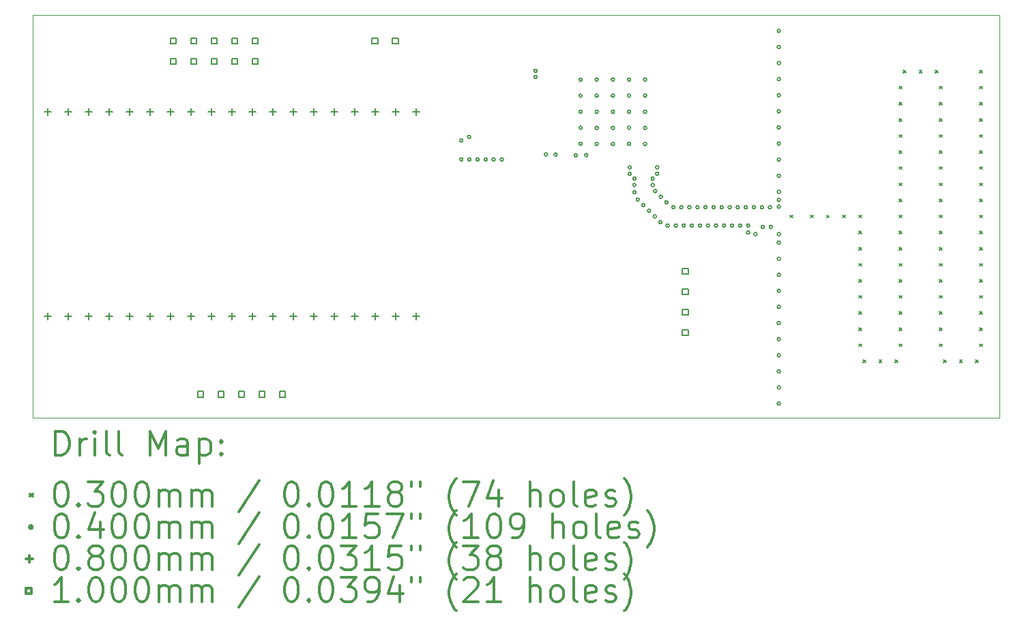
<source format=gbr>
%FSLAX45Y45*%
G04 Gerber Fmt 4.5, Leading zero omitted, Abs format (unit mm)*
G04 Created by KiCad (PCBNEW 5.1.10) date 2021-12-29 16:53:08*
%MOMM*%
%LPD*%
G01*
G04 APERTURE LIST*
%TA.AperFunction,Profile*%
%ADD10C,0.050000*%
%TD*%
%ADD11C,0.200000*%
%ADD12C,0.300000*%
G04 APERTURE END LIST*
D10*
X12400000Y-7200000D02*
X24400000Y-7200000D01*
X24400000Y-12200000D02*
X12400000Y-12200000D01*
X24400000Y-7200000D02*
X24400000Y-12200000D01*
X12400000Y-7200000D02*
X12400000Y-12200000D01*
D11*
X21801000Y-9685000D02*
X21831000Y-9715000D01*
X21831000Y-9685000D02*
X21801000Y-9715000D01*
X22055000Y-9685000D02*
X22085000Y-9715000D01*
X22085000Y-9685000D02*
X22055000Y-9715000D01*
X22255000Y-9685000D02*
X22285000Y-9715000D01*
X22285000Y-9685000D02*
X22255000Y-9715000D01*
X22455000Y-9685000D02*
X22485000Y-9715000D01*
X22485000Y-9685000D02*
X22455000Y-9715000D01*
X22655000Y-9685000D02*
X22685000Y-9715000D01*
X22685000Y-9685000D02*
X22655000Y-9715000D01*
X22655000Y-9885000D02*
X22685000Y-9915000D01*
X22685000Y-9885000D02*
X22655000Y-9915000D01*
X22655000Y-10085000D02*
X22685000Y-10115000D01*
X22685000Y-10085000D02*
X22655000Y-10115000D01*
X22655000Y-10285000D02*
X22685000Y-10315000D01*
X22685000Y-10285000D02*
X22655000Y-10315000D01*
X22655000Y-10485000D02*
X22685000Y-10515000D01*
X22685000Y-10485000D02*
X22655000Y-10515000D01*
X22655000Y-10685000D02*
X22685000Y-10715000D01*
X22685000Y-10685000D02*
X22655000Y-10715000D01*
X22655000Y-10885000D02*
X22685000Y-10915000D01*
X22685000Y-10885000D02*
X22655000Y-10915000D01*
X22655000Y-11085000D02*
X22685000Y-11115000D01*
X22685000Y-11085000D02*
X22655000Y-11115000D01*
X22655000Y-11285000D02*
X22685000Y-11315000D01*
X22685000Y-11285000D02*
X22655000Y-11315000D01*
X22705000Y-11485000D02*
X22735000Y-11515000D01*
X22735000Y-11485000D02*
X22705000Y-11515000D01*
X22905000Y-11485000D02*
X22935000Y-11515000D01*
X22935000Y-11485000D02*
X22905000Y-11515000D01*
X23105000Y-11485000D02*
X23135000Y-11515000D01*
X23135000Y-11485000D02*
X23105000Y-11515000D01*
X23155000Y-8085000D02*
X23185000Y-8115000D01*
X23185000Y-8085000D02*
X23155000Y-8115000D01*
X23155000Y-8285000D02*
X23185000Y-8315000D01*
X23185000Y-8285000D02*
X23155000Y-8315000D01*
X23155000Y-8485000D02*
X23185000Y-8515000D01*
X23185000Y-8485000D02*
X23155000Y-8515000D01*
X23155000Y-8685000D02*
X23185000Y-8715000D01*
X23185000Y-8685000D02*
X23155000Y-8715000D01*
X23155000Y-8885000D02*
X23185000Y-8915000D01*
X23185000Y-8885000D02*
X23155000Y-8915000D01*
X23155000Y-9085000D02*
X23185000Y-9115000D01*
X23185000Y-9085000D02*
X23155000Y-9115000D01*
X23155000Y-9285000D02*
X23185000Y-9315000D01*
X23185000Y-9285000D02*
X23155000Y-9315000D01*
X23155000Y-9485000D02*
X23185000Y-9515000D01*
X23185000Y-9485000D02*
X23155000Y-9515000D01*
X23155000Y-9685000D02*
X23185000Y-9715000D01*
X23185000Y-9685000D02*
X23155000Y-9715000D01*
X23155000Y-9885000D02*
X23185000Y-9915000D01*
X23185000Y-9885000D02*
X23155000Y-9915000D01*
X23155000Y-10085000D02*
X23185000Y-10115000D01*
X23185000Y-10085000D02*
X23155000Y-10115000D01*
X23155000Y-10285000D02*
X23185000Y-10315000D01*
X23185000Y-10285000D02*
X23155000Y-10315000D01*
X23155000Y-10485000D02*
X23185000Y-10515000D01*
X23185000Y-10485000D02*
X23155000Y-10515000D01*
X23155000Y-10685000D02*
X23185000Y-10715000D01*
X23185000Y-10685000D02*
X23155000Y-10715000D01*
X23155000Y-10885000D02*
X23185000Y-10915000D01*
X23185000Y-10885000D02*
X23155000Y-10915000D01*
X23155000Y-11085000D02*
X23185000Y-11115000D01*
X23185000Y-11085000D02*
X23155000Y-11115000D01*
X23155000Y-11285000D02*
X23185000Y-11315000D01*
X23185000Y-11285000D02*
X23155000Y-11315000D01*
X23205000Y-7885000D02*
X23235000Y-7915000D01*
X23235000Y-7885000D02*
X23205000Y-7915000D01*
X23405000Y-7885000D02*
X23435000Y-7915000D01*
X23435000Y-7885000D02*
X23405000Y-7915000D01*
X23605000Y-7885000D02*
X23635000Y-7915000D01*
X23635000Y-7885000D02*
X23605000Y-7915000D01*
X23655000Y-8085000D02*
X23685000Y-8115000D01*
X23685000Y-8085000D02*
X23655000Y-8115000D01*
X23655000Y-8285000D02*
X23685000Y-8315000D01*
X23685000Y-8285000D02*
X23655000Y-8315000D01*
X23655000Y-8485000D02*
X23685000Y-8515000D01*
X23685000Y-8485000D02*
X23655000Y-8515000D01*
X23655000Y-8685000D02*
X23685000Y-8715000D01*
X23685000Y-8685000D02*
X23655000Y-8715000D01*
X23655000Y-8885000D02*
X23685000Y-8915000D01*
X23685000Y-8885000D02*
X23655000Y-8915000D01*
X23655000Y-9085000D02*
X23685000Y-9115000D01*
X23685000Y-9085000D02*
X23655000Y-9115000D01*
X23655000Y-9285000D02*
X23685000Y-9315000D01*
X23685000Y-9285000D02*
X23655000Y-9315000D01*
X23655000Y-9485000D02*
X23685000Y-9515000D01*
X23685000Y-9485000D02*
X23655000Y-9515000D01*
X23655000Y-9685000D02*
X23685000Y-9715000D01*
X23685000Y-9685000D02*
X23655000Y-9715000D01*
X23655000Y-9885000D02*
X23685000Y-9915000D01*
X23685000Y-9885000D02*
X23655000Y-9915000D01*
X23655000Y-10085000D02*
X23685000Y-10115000D01*
X23685000Y-10085000D02*
X23655000Y-10115000D01*
X23655000Y-10285000D02*
X23685000Y-10315000D01*
X23685000Y-10285000D02*
X23655000Y-10315000D01*
X23655000Y-10485000D02*
X23685000Y-10515000D01*
X23685000Y-10485000D02*
X23655000Y-10515000D01*
X23655000Y-10685000D02*
X23685000Y-10715000D01*
X23685000Y-10685000D02*
X23655000Y-10715000D01*
X23655000Y-10885000D02*
X23685000Y-10915000D01*
X23685000Y-10885000D02*
X23655000Y-10915000D01*
X23655000Y-11085000D02*
X23685000Y-11115000D01*
X23685000Y-11085000D02*
X23655000Y-11115000D01*
X23655000Y-11285000D02*
X23685000Y-11315000D01*
X23685000Y-11285000D02*
X23655000Y-11315000D01*
X23705000Y-11485000D02*
X23735000Y-11515000D01*
X23735000Y-11485000D02*
X23705000Y-11515000D01*
X23905000Y-11485000D02*
X23935000Y-11515000D01*
X23935000Y-11485000D02*
X23905000Y-11515000D01*
X24105000Y-11485000D02*
X24135000Y-11515000D01*
X24135000Y-11485000D02*
X24105000Y-11515000D01*
X24155000Y-7885000D02*
X24185000Y-7915000D01*
X24185000Y-7885000D02*
X24155000Y-7915000D01*
X24155000Y-8085000D02*
X24185000Y-8115000D01*
X24185000Y-8085000D02*
X24155000Y-8115000D01*
X24155000Y-8285000D02*
X24185000Y-8315000D01*
X24185000Y-8285000D02*
X24155000Y-8315000D01*
X24155000Y-8485000D02*
X24185000Y-8515000D01*
X24185000Y-8485000D02*
X24155000Y-8515000D01*
X24155000Y-8685000D02*
X24185000Y-8715000D01*
X24185000Y-8685000D02*
X24155000Y-8715000D01*
X24155000Y-8885000D02*
X24185000Y-8915000D01*
X24185000Y-8885000D02*
X24155000Y-8915000D01*
X24155000Y-9085000D02*
X24185000Y-9115000D01*
X24185000Y-9085000D02*
X24155000Y-9115000D01*
X24155000Y-9285000D02*
X24185000Y-9315000D01*
X24185000Y-9285000D02*
X24155000Y-9315000D01*
X24155000Y-9485000D02*
X24185000Y-9515000D01*
X24185000Y-9485000D02*
X24155000Y-9515000D01*
X24155000Y-9685000D02*
X24185000Y-9715000D01*
X24185000Y-9685000D02*
X24155000Y-9715000D01*
X24155000Y-9885000D02*
X24185000Y-9915000D01*
X24185000Y-9885000D02*
X24155000Y-9915000D01*
X24155000Y-10085000D02*
X24185000Y-10115000D01*
X24185000Y-10085000D02*
X24155000Y-10115000D01*
X24155000Y-10285000D02*
X24185000Y-10315000D01*
X24185000Y-10285000D02*
X24155000Y-10315000D01*
X24155000Y-10485000D02*
X24185000Y-10515000D01*
X24185000Y-10485000D02*
X24155000Y-10515000D01*
X24155000Y-10685000D02*
X24185000Y-10715000D01*
X24185000Y-10685000D02*
X24155000Y-10715000D01*
X24155000Y-10885000D02*
X24185000Y-10915000D01*
X24185000Y-10885000D02*
X24155000Y-10915000D01*
X24155000Y-11085000D02*
X24185000Y-11115000D01*
X24185000Y-11085000D02*
X24155000Y-11115000D01*
X24155000Y-11285000D02*
X24185000Y-11315000D01*
X24185000Y-11285000D02*
X24155000Y-11315000D01*
X17739906Y-8992502D02*
G75*
G03*
X17739906Y-8992502I-20000J0D01*
G01*
X17740000Y-8757500D02*
G75*
G03*
X17740000Y-8757500I-20000J0D01*
G01*
X17837015Y-8712499D02*
G75*
G03*
X17837015Y-8712499I-20000J0D01*
G01*
X17839907Y-8992502D02*
G75*
G03*
X17839907Y-8992502I-20000J0D01*
G01*
X17940000Y-8992502D02*
G75*
G03*
X17940000Y-8992502I-20000J0D01*
G01*
X18041265Y-8993767D02*
G75*
G03*
X18041265Y-8993767I-20000J0D01*
G01*
X18141258Y-8992502D02*
G75*
G03*
X18141258Y-8992502I-20000J0D01*
G01*
X18241258Y-8992502D02*
G75*
G03*
X18241258Y-8992502I-20000J0D01*
G01*
X18660000Y-7890000D02*
G75*
G03*
X18660000Y-7890000I-20000J0D01*
G01*
X18660000Y-7970000D02*
G75*
G03*
X18660000Y-7970000I-20000J0D01*
G01*
X18790000Y-8930000D02*
G75*
G03*
X18790000Y-8930000I-20000J0D01*
G01*
X18910000Y-8930000D02*
G75*
G03*
X18910000Y-8930000I-20000J0D01*
G01*
X19160000Y-8940000D02*
G75*
G03*
X19160000Y-8940000I-20000J0D01*
G01*
X19220000Y-8000000D02*
G75*
G03*
X19220000Y-8000000I-20000J0D01*
G01*
X19220000Y-8200000D02*
G75*
G03*
X19220000Y-8200000I-20000J0D01*
G01*
X19220000Y-8400000D02*
G75*
G03*
X19220000Y-8400000I-20000J0D01*
G01*
X19220000Y-8600000D02*
G75*
G03*
X19220000Y-8600000I-20000J0D01*
G01*
X19220000Y-8800000D02*
G75*
G03*
X19220000Y-8800000I-20000J0D01*
G01*
X19290000Y-8940000D02*
G75*
G03*
X19290000Y-8940000I-20000J0D01*
G01*
X19420000Y-8000000D02*
G75*
G03*
X19420000Y-8000000I-20000J0D01*
G01*
X19420000Y-8200000D02*
G75*
G03*
X19420000Y-8200000I-20000J0D01*
G01*
X19420000Y-8400000D02*
G75*
G03*
X19420000Y-8400000I-20000J0D01*
G01*
X19420000Y-8600000D02*
G75*
G03*
X19420000Y-8600000I-20000J0D01*
G01*
X19420000Y-8800000D02*
G75*
G03*
X19420000Y-8800000I-20000J0D01*
G01*
X19620000Y-8000000D02*
G75*
G03*
X19620000Y-8000000I-20000J0D01*
G01*
X19620000Y-8200000D02*
G75*
G03*
X19620000Y-8200000I-20000J0D01*
G01*
X19620000Y-8400000D02*
G75*
G03*
X19620000Y-8400000I-20000J0D01*
G01*
X19620000Y-8600000D02*
G75*
G03*
X19620000Y-8600000I-20000J0D01*
G01*
X19620000Y-8800000D02*
G75*
G03*
X19620000Y-8800000I-20000J0D01*
G01*
X19820000Y-8000000D02*
G75*
G03*
X19820000Y-8000000I-20000J0D01*
G01*
X19820000Y-8200000D02*
G75*
G03*
X19820000Y-8200000I-20000J0D01*
G01*
X19820000Y-8400000D02*
G75*
G03*
X19820000Y-8400000I-20000J0D01*
G01*
X19820000Y-8600000D02*
G75*
G03*
X19820000Y-8600000I-20000J0D01*
G01*
X19820000Y-8800000D02*
G75*
G03*
X19820000Y-8800000I-20000J0D01*
G01*
X19830000Y-9090000D02*
G75*
G03*
X19830000Y-9090000I-20000J0D01*
G01*
X19830000Y-9170000D02*
G75*
G03*
X19830000Y-9170000I-20000J0D01*
G01*
X19888000Y-9230000D02*
G75*
G03*
X19888000Y-9230000I-20000J0D01*
G01*
X19888000Y-9310000D02*
G75*
G03*
X19888000Y-9310000I-20000J0D01*
G01*
X19888000Y-9399412D02*
G75*
G03*
X19888000Y-9399412I-20000J0D01*
G01*
X19929743Y-9490257D02*
G75*
G03*
X19929743Y-9490257I-20000J0D01*
G01*
X19999743Y-9560257D02*
G75*
G03*
X19999743Y-9560257I-20000J0D01*
G01*
X20020000Y-8000000D02*
G75*
G03*
X20020000Y-8000000I-20000J0D01*
G01*
X20020000Y-8200000D02*
G75*
G03*
X20020000Y-8200000I-20000J0D01*
G01*
X20020000Y-8400000D02*
G75*
G03*
X20020000Y-8400000I-20000J0D01*
G01*
X20020000Y-8600000D02*
G75*
G03*
X20020000Y-8600000I-20000J0D01*
G01*
X20020000Y-8800000D02*
G75*
G03*
X20020000Y-8800000I-20000J0D01*
G01*
X20069743Y-9630257D02*
G75*
G03*
X20069743Y-9630257I-20000J0D01*
G01*
X20115000Y-9230000D02*
G75*
G03*
X20115000Y-9230000I-20000J0D01*
G01*
X20115000Y-9310000D02*
G75*
G03*
X20115000Y-9310000I-20000J0D01*
G01*
X20139743Y-9700257D02*
G75*
G03*
X20139743Y-9700257I-20000J0D01*
G01*
X20145257Y-9384743D02*
G75*
G03*
X20145257Y-9384743I-20000J0D01*
G01*
X20170000Y-9090000D02*
G75*
G03*
X20170000Y-9090000I-20000J0D01*
G01*
X20170000Y-9170000D02*
G75*
G03*
X20170000Y-9170000I-20000J0D01*
G01*
X20209743Y-9770257D02*
G75*
G03*
X20209743Y-9770257I-20000J0D01*
G01*
X20215257Y-9454743D02*
G75*
G03*
X20215257Y-9454743I-20000J0D01*
G01*
X20285257Y-9524743D02*
G75*
G03*
X20285257Y-9524743I-20000J0D01*
G01*
X20300000Y-9813500D02*
G75*
G03*
X20300000Y-9813500I-20000J0D01*
G01*
X20370000Y-9586500D02*
G75*
G03*
X20370000Y-9586500I-20000J0D01*
G01*
X20400000Y-9813500D02*
G75*
G03*
X20400000Y-9813500I-20000J0D01*
G01*
X20470000Y-9586500D02*
G75*
G03*
X20470000Y-9586500I-20000J0D01*
G01*
X20500000Y-9813500D02*
G75*
G03*
X20500000Y-9813500I-20000J0D01*
G01*
X20570000Y-9586500D02*
G75*
G03*
X20570000Y-9586500I-20000J0D01*
G01*
X20600000Y-9813500D02*
G75*
G03*
X20600000Y-9813500I-20000J0D01*
G01*
X20670000Y-9586500D02*
G75*
G03*
X20670000Y-9586500I-20000J0D01*
G01*
X20700000Y-9813500D02*
G75*
G03*
X20700000Y-9813500I-20000J0D01*
G01*
X20770000Y-9586500D02*
G75*
G03*
X20770000Y-9586500I-20000J0D01*
G01*
X20800000Y-9813500D02*
G75*
G03*
X20800000Y-9813500I-20000J0D01*
G01*
X20870000Y-9586500D02*
G75*
G03*
X20870000Y-9586500I-20000J0D01*
G01*
X20900000Y-9813500D02*
G75*
G03*
X20900000Y-9813500I-20000J0D01*
G01*
X20970000Y-9586500D02*
G75*
G03*
X20970000Y-9586500I-20000J0D01*
G01*
X21000000Y-9813500D02*
G75*
G03*
X21000000Y-9813500I-20000J0D01*
G01*
X21070000Y-9586500D02*
G75*
G03*
X21070000Y-9586500I-20000J0D01*
G01*
X21100000Y-9813500D02*
G75*
G03*
X21100000Y-9813500I-20000J0D01*
G01*
X21170000Y-9586500D02*
G75*
G03*
X21170000Y-9586500I-20000J0D01*
G01*
X21200000Y-9813500D02*
G75*
G03*
X21200000Y-9813500I-20000J0D01*
G01*
X21270000Y-9586500D02*
G75*
G03*
X21270000Y-9586500I-20000J0D01*
G01*
X21300000Y-9813500D02*
G75*
G03*
X21300000Y-9813500I-20000J0D01*
G01*
X21300000Y-9900000D02*
G75*
G03*
X21300000Y-9900000I-20000J0D01*
G01*
X21370000Y-9586500D02*
G75*
G03*
X21370000Y-9586500I-20000J0D01*
G01*
X21390000Y-9920000D02*
G75*
G03*
X21390000Y-9920000I-20000J0D01*
G01*
X21470000Y-9586500D02*
G75*
G03*
X21470000Y-9586500I-20000J0D01*
G01*
X21480000Y-9830000D02*
G75*
G03*
X21480000Y-9830000I-20000J0D01*
G01*
X21570000Y-9586500D02*
G75*
G03*
X21570000Y-9586500I-20000J0D01*
G01*
X21580000Y-9830000D02*
G75*
G03*
X21580000Y-9830000I-20000J0D01*
G01*
X21680000Y-7395000D02*
G75*
G03*
X21680000Y-7395000I-20000J0D01*
G01*
X21680000Y-7595000D02*
G75*
G03*
X21680000Y-7595000I-20000J0D01*
G01*
X21680000Y-7795000D02*
G75*
G03*
X21680000Y-7795000I-20000J0D01*
G01*
X21680000Y-7995000D02*
G75*
G03*
X21680000Y-7995000I-20000J0D01*
G01*
X21680000Y-8195000D02*
G75*
G03*
X21680000Y-8195000I-20000J0D01*
G01*
X21680000Y-8395000D02*
G75*
G03*
X21680000Y-8395000I-20000J0D01*
G01*
X21680000Y-8595000D02*
G75*
G03*
X21680000Y-8595000I-20000J0D01*
G01*
X21680000Y-8795000D02*
G75*
G03*
X21680000Y-8795000I-20000J0D01*
G01*
X21680000Y-8995000D02*
G75*
G03*
X21680000Y-8995000I-20000J0D01*
G01*
X21680000Y-9195000D02*
G75*
G03*
X21680000Y-9195000I-20000J0D01*
G01*
X21680000Y-9395000D02*
G75*
G03*
X21680000Y-9395000I-20000J0D01*
G01*
X21680000Y-9495000D02*
G75*
G03*
X21680000Y-9495000I-20000J0D01*
G01*
X21680000Y-9580000D02*
G75*
G03*
X21680000Y-9580000I-20000J0D01*
G01*
X21680000Y-9920000D02*
G75*
G03*
X21680000Y-9920000I-20000J0D01*
G01*
X21680000Y-10025000D02*
G75*
G03*
X21680000Y-10025000I-20000J0D01*
G01*
X21680000Y-10225000D02*
G75*
G03*
X21680000Y-10225000I-20000J0D01*
G01*
X21680000Y-10425000D02*
G75*
G03*
X21680000Y-10425000I-20000J0D01*
G01*
X21680000Y-10625000D02*
G75*
G03*
X21680000Y-10625000I-20000J0D01*
G01*
X21680000Y-10825000D02*
G75*
G03*
X21680000Y-10825000I-20000J0D01*
G01*
X21680000Y-11025000D02*
G75*
G03*
X21680000Y-11025000I-20000J0D01*
G01*
X21680000Y-11225000D02*
G75*
G03*
X21680000Y-11225000I-20000J0D01*
G01*
X21680000Y-11425000D02*
G75*
G03*
X21680000Y-11425000I-20000J0D01*
G01*
X21680000Y-11625000D02*
G75*
G03*
X21680000Y-11625000I-20000J0D01*
G01*
X21680000Y-11825000D02*
G75*
G03*
X21680000Y-11825000I-20000J0D01*
G01*
X21680000Y-12025000D02*
G75*
G03*
X21680000Y-12025000I-20000J0D01*
G01*
X12587728Y-8360368D02*
X12587728Y-8440368D01*
X12547728Y-8400368D02*
X12627728Y-8400368D01*
X12588000Y-10900000D02*
X12588000Y-10980000D01*
X12548000Y-10940000D02*
X12628000Y-10940000D01*
X12841728Y-8360368D02*
X12841728Y-8440368D01*
X12801728Y-8400368D02*
X12881728Y-8400368D01*
X12842000Y-10900000D02*
X12842000Y-10980000D01*
X12802000Y-10940000D02*
X12882000Y-10940000D01*
X13095728Y-8360368D02*
X13095728Y-8440368D01*
X13055728Y-8400368D02*
X13135728Y-8400368D01*
X13095728Y-10900368D02*
X13095728Y-10980368D01*
X13055728Y-10940368D02*
X13135728Y-10940368D01*
X13349728Y-8360368D02*
X13349728Y-8440368D01*
X13309728Y-8400368D02*
X13389728Y-8400368D01*
X13349728Y-10900368D02*
X13349728Y-10980368D01*
X13309728Y-10940368D02*
X13389728Y-10940368D01*
X13603728Y-8360368D02*
X13603728Y-8440368D01*
X13563728Y-8400368D02*
X13643728Y-8400368D01*
X13603728Y-10900368D02*
X13603728Y-10980368D01*
X13563728Y-10940368D02*
X13643728Y-10940368D01*
X13857728Y-8360368D02*
X13857728Y-8440368D01*
X13817728Y-8400368D02*
X13897728Y-8400368D01*
X13857728Y-10900368D02*
X13857728Y-10980368D01*
X13817728Y-10940368D02*
X13897728Y-10940368D01*
X14111728Y-8360368D02*
X14111728Y-8440368D01*
X14071728Y-8400368D02*
X14151728Y-8400368D01*
X14111728Y-10900368D02*
X14111728Y-10980368D01*
X14071728Y-10940368D02*
X14151728Y-10940368D01*
X14365728Y-8360368D02*
X14365728Y-8440368D01*
X14325728Y-8400368D02*
X14405728Y-8400368D01*
X14365728Y-10900368D02*
X14365728Y-10980368D01*
X14325728Y-10940368D02*
X14405728Y-10940368D01*
X14619728Y-8360368D02*
X14619728Y-8440368D01*
X14579728Y-8400368D02*
X14659728Y-8400368D01*
X14619728Y-10900368D02*
X14619728Y-10980368D01*
X14579728Y-10940368D02*
X14659728Y-10940368D01*
X14873728Y-8360368D02*
X14873728Y-8440368D01*
X14833728Y-8400368D02*
X14913728Y-8400368D01*
X14873728Y-10900368D02*
X14873728Y-10980368D01*
X14833728Y-10940368D02*
X14913728Y-10940368D01*
X15127728Y-8360368D02*
X15127728Y-8440368D01*
X15087728Y-8400368D02*
X15167728Y-8400368D01*
X15127728Y-10900368D02*
X15127728Y-10980368D01*
X15087728Y-10940368D02*
X15167728Y-10940368D01*
X15381728Y-8360368D02*
X15381728Y-8440368D01*
X15341728Y-8400368D02*
X15421728Y-8400368D01*
X15381728Y-10900368D02*
X15381728Y-10980368D01*
X15341728Y-10940368D02*
X15421728Y-10940368D01*
X15635728Y-8360368D02*
X15635728Y-8440368D01*
X15595728Y-8400368D02*
X15675728Y-8400368D01*
X15635728Y-10900368D02*
X15635728Y-10980368D01*
X15595728Y-10940368D02*
X15675728Y-10940368D01*
X15889728Y-8360368D02*
X15889728Y-8440368D01*
X15849728Y-8400368D02*
X15929728Y-8400368D01*
X15889728Y-10900368D02*
X15889728Y-10980368D01*
X15849728Y-10940368D02*
X15929728Y-10940368D01*
X16143728Y-8360368D02*
X16143728Y-8440368D01*
X16103728Y-8400368D02*
X16183728Y-8400368D01*
X16143728Y-10900368D02*
X16143728Y-10980368D01*
X16103728Y-10940368D02*
X16183728Y-10940368D01*
X16397728Y-8360368D02*
X16397728Y-8440368D01*
X16357728Y-8400368D02*
X16437728Y-8400368D01*
X16397728Y-10900368D02*
X16397728Y-10980368D01*
X16357728Y-10940368D02*
X16437728Y-10940368D01*
X16651728Y-8360368D02*
X16651728Y-8440368D01*
X16611728Y-8400368D02*
X16691728Y-8400368D01*
X16651728Y-10900368D02*
X16651728Y-10980368D01*
X16611728Y-10940368D02*
X16691728Y-10940368D01*
X16905728Y-8360368D02*
X16905728Y-8440368D01*
X16865728Y-8400368D02*
X16945728Y-8400368D01*
X16905728Y-10900368D02*
X16905728Y-10980368D01*
X16865728Y-10940368D02*
X16945728Y-10940368D01*
X17159728Y-8360368D02*
X17159728Y-8440368D01*
X17119728Y-8400368D02*
X17199728Y-8400368D01*
X17159728Y-10900368D02*
X17159728Y-10980368D01*
X17119728Y-10940368D02*
X17199728Y-10940368D01*
X14179356Y-7555356D02*
X14179356Y-7484644D01*
X14108644Y-7484644D01*
X14108644Y-7555356D01*
X14179356Y-7555356D01*
X14179356Y-7809356D02*
X14179356Y-7738644D01*
X14108644Y-7738644D01*
X14108644Y-7809356D01*
X14179356Y-7809356D01*
X14433356Y-7555356D02*
X14433356Y-7484644D01*
X14362644Y-7484644D01*
X14362644Y-7555356D01*
X14433356Y-7555356D01*
X14433356Y-7809356D02*
X14433356Y-7738644D01*
X14362644Y-7738644D01*
X14362644Y-7809356D01*
X14433356Y-7809356D01*
X14517356Y-11945356D02*
X14517356Y-11874644D01*
X14446644Y-11874644D01*
X14446644Y-11945356D01*
X14517356Y-11945356D01*
X14687356Y-7555356D02*
X14687356Y-7484644D01*
X14616644Y-7484644D01*
X14616644Y-7555356D01*
X14687356Y-7555356D01*
X14687356Y-7809356D02*
X14687356Y-7738644D01*
X14616644Y-7738644D01*
X14616644Y-7809356D01*
X14687356Y-7809356D01*
X14771356Y-11945356D02*
X14771356Y-11874644D01*
X14700644Y-11874644D01*
X14700644Y-11945356D01*
X14771356Y-11945356D01*
X14941356Y-7555356D02*
X14941356Y-7484644D01*
X14870644Y-7484644D01*
X14870644Y-7555356D01*
X14941356Y-7555356D01*
X14941356Y-7809356D02*
X14941356Y-7738644D01*
X14870644Y-7738644D01*
X14870644Y-7809356D01*
X14941356Y-7809356D01*
X15025356Y-11945356D02*
X15025356Y-11874644D01*
X14954644Y-11874644D01*
X14954644Y-11945356D01*
X15025356Y-11945356D01*
X15195356Y-7555356D02*
X15195356Y-7484644D01*
X15124644Y-7484644D01*
X15124644Y-7555356D01*
X15195356Y-7555356D01*
X15195356Y-7809356D02*
X15195356Y-7738644D01*
X15124644Y-7738644D01*
X15124644Y-7809356D01*
X15195356Y-7809356D01*
X15279356Y-11945356D02*
X15279356Y-11874644D01*
X15208644Y-11874644D01*
X15208644Y-11945356D01*
X15279356Y-11945356D01*
X15533356Y-11945356D02*
X15533356Y-11874644D01*
X15462644Y-11874644D01*
X15462644Y-11945356D01*
X15533356Y-11945356D01*
X16681356Y-7555356D02*
X16681356Y-7484644D01*
X16610644Y-7484644D01*
X16610644Y-7555356D01*
X16681356Y-7555356D01*
X16935356Y-7555356D02*
X16935356Y-7484644D01*
X16864644Y-7484644D01*
X16864644Y-7555356D01*
X16935356Y-7555356D01*
X20535356Y-10414356D02*
X20535356Y-10343644D01*
X20464644Y-10343644D01*
X20464644Y-10414356D01*
X20535356Y-10414356D01*
X20535356Y-10668356D02*
X20535356Y-10597644D01*
X20464644Y-10597644D01*
X20464644Y-10668356D01*
X20535356Y-10668356D01*
X20535356Y-10922356D02*
X20535356Y-10851644D01*
X20464644Y-10851644D01*
X20464644Y-10922356D01*
X20535356Y-10922356D01*
X20535356Y-11176356D02*
X20535356Y-11105644D01*
X20464644Y-11105644D01*
X20464644Y-11176356D01*
X20535356Y-11176356D01*
D12*
X12683928Y-12668214D02*
X12683928Y-12368214D01*
X12755357Y-12368214D01*
X12798214Y-12382500D01*
X12826786Y-12411071D01*
X12841071Y-12439643D01*
X12855357Y-12496786D01*
X12855357Y-12539643D01*
X12841071Y-12596786D01*
X12826786Y-12625357D01*
X12798214Y-12653929D01*
X12755357Y-12668214D01*
X12683928Y-12668214D01*
X12983928Y-12668214D02*
X12983928Y-12468214D01*
X12983928Y-12525357D02*
X12998214Y-12496786D01*
X13012500Y-12482500D01*
X13041071Y-12468214D01*
X13069643Y-12468214D01*
X13169643Y-12668214D02*
X13169643Y-12468214D01*
X13169643Y-12368214D02*
X13155357Y-12382500D01*
X13169643Y-12396786D01*
X13183928Y-12382500D01*
X13169643Y-12368214D01*
X13169643Y-12396786D01*
X13355357Y-12668214D02*
X13326786Y-12653929D01*
X13312500Y-12625357D01*
X13312500Y-12368214D01*
X13512500Y-12668214D02*
X13483928Y-12653929D01*
X13469643Y-12625357D01*
X13469643Y-12368214D01*
X13855357Y-12668214D02*
X13855357Y-12368214D01*
X13955357Y-12582500D01*
X14055357Y-12368214D01*
X14055357Y-12668214D01*
X14326786Y-12668214D02*
X14326786Y-12511071D01*
X14312500Y-12482500D01*
X14283928Y-12468214D01*
X14226786Y-12468214D01*
X14198214Y-12482500D01*
X14326786Y-12653929D02*
X14298214Y-12668214D01*
X14226786Y-12668214D01*
X14198214Y-12653929D01*
X14183928Y-12625357D01*
X14183928Y-12596786D01*
X14198214Y-12568214D01*
X14226786Y-12553929D01*
X14298214Y-12553929D01*
X14326786Y-12539643D01*
X14469643Y-12468214D02*
X14469643Y-12768214D01*
X14469643Y-12482500D02*
X14498214Y-12468214D01*
X14555357Y-12468214D01*
X14583928Y-12482500D01*
X14598214Y-12496786D01*
X14612500Y-12525357D01*
X14612500Y-12611071D01*
X14598214Y-12639643D01*
X14583928Y-12653929D01*
X14555357Y-12668214D01*
X14498214Y-12668214D01*
X14469643Y-12653929D01*
X14741071Y-12639643D02*
X14755357Y-12653929D01*
X14741071Y-12668214D01*
X14726786Y-12653929D01*
X14741071Y-12639643D01*
X14741071Y-12668214D01*
X14741071Y-12482500D02*
X14755357Y-12496786D01*
X14741071Y-12511071D01*
X14726786Y-12496786D01*
X14741071Y-12482500D01*
X14741071Y-12511071D01*
X12367500Y-13147500D02*
X12397500Y-13177500D01*
X12397500Y-13147500D02*
X12367500Y-13177500D01*
X12741071Y-12998214D02*
X12769643Y-12998214D01*
X12798214Y-13012500D01*
X12812500Y-13026786D01*
X12826786Y-13055357D01*
X12841071Y-13112500D01*
X12841071Y-13183929D01*
X12826786Y-13241071D01*
X12812500Y-13269643D01*
X12798214Y-13283929D01*
X12769643Y-13298214D01*
X12741071Y-13298214D01*
X12712500Y-13283929D01*
X12698214Y-13269643D01*
X12683928Y-13241071D01*
X12669643Y-13183929D01*
X12669643Y-13112500D01*
X12683928Y-13055357D01*
X12698214Y-13026786D01*
X12712500Y-13012500D01*
X12741071Y-12998214D01*
X12969643Y-13269643D02*
X12983928Y-13283929D01*
X12969643Y-13298214D01*
X12955357Y-13283929D01*
X12969643Y-13269643D01*
X12969643Y-13298214D01*
X13083928Y-12998214D02*
X13269643Y-12998214D01*
X13169643Y-13112500D01*
X13212500Y-13112500D01*
X13241071Y-13126786D01*
X13255357Y-13141071D01*
X13269643Y-13169643D01*
X13269643Y-13241071D01*
X13255357Y-13269643D01*
X13241071Y-13283929D01*
X13212500Y-13298214D01*
X13126786Y-13298214D01*
X13098214Y-13283929D01*
X13083928Y-13269643D01*
X13455357Y-12998214D02*
X13483928Y-12998214D01*
X13512500Y-13012500D01*
X13526786Y-13026786D01*
X13541071Y-13055357D01*
X13555357Y-13112500D01*
X13555357Y-13183929D01*
X13541071Y-13241071D01*
X13526786Y-13269643D01*
X13512500Y-13283929D01*
X13483928Y-13298214D01*
X13455357Y-13298214D01*
X13426786Y-13283929D01*
X13412500Y-13269643D01*
X13398214Y-13241071D01*
X13383928Y-13183929D01*
X13383928Y-13112500D01*
X13398214Y-13055357D01*
X13412500Y-13026786D01*
X13426786Y-13012500D01*
X13455357Y-12998214D01*
X13741071Y-12998214D02*
X13769643Y-12998214D01*
X13798214Y-13012500D01*
X13812500Y-13026786D01*
X13826786Y-13055357D01*
X13841071Y-13112500D01*
X13841071Y-13183929D01*
X13826786Y-13241071D01*
X13812500Y-13269643D01*
X13798214Y-13283929D01*
X13769643Y-13298214D01*
X13741071Y-13298214D01*
X13712500Y-13283929D01*
X13698214Y-13269643D01*
X13683928Y-13241071D01*
X13669643Y-13183929D01*
X13669643Y-13112500D01*
X13683928Y-13055357D01*
X13698214Y-13026786D01*
X13712500Y-13012500D01*
X13741071Y-12998214D01*
X13969643Y-13298214D02*
X13969643Y-13098214D01*
X13969643Y-13126786D02*
X13983928Y-13112500D01*
X14012500Y-13098214D01*
X14055357Y-13098214D01*
X14083928Y-13112500D01*
X14098214Y-13141071D01*
X14098214Y-13298214D01*
X14098214Y-13141071D02*
X14112500Y-13112500D01*
X14141071Y-13098214D01*
X14183928Y-13098214D01*
X14212500Y-13112500D01*
X14226786Y-13141071D01*
X14226786Y-13298214D01*
X14369643Y-13298214D02*
X14369643Y-13098214D01*
X14369643Y-13126786D02*
X14383928Y-13112500D01*
X14412500Y-13098214D01*
X14455357Y-13098214D01*
X14483928Y-13112500D01*
X14498214Y-13141071D01*
X14498214Y-13298214D01*
X14498214Y-13141071D02*
X14512500Y-13112500D01*
X14541071Y-13098214D01*
X14583928Y-13098214D01*
X14612500Y-13112500D01*
X14626786Y-13141071D01*
X14626786Y-13298214D01*
X15212500Y-12983929D02*
X14955357Y-13369643D01*
X15598214Y-12998214D02*
X15626786Y-12998214D01*
X15655357Y-13012500D01*
X15669643Y-13026786D01*
X15683928Y-13055357D01*
X15698214Y-13112500D01*
X15698214Y-13183929D01*
X15683928Y-13241071D01*
X15669643Y-13269643D01*
X15655357Y-13283929D01*
X15626786Y-13298214D01*
X15598214Y-13298214D01*
X15569643Y-13283929D01*
X15555357Y-13269643D01*
X15541071Y-13241071D01*
X15526786Y-13183929D01*
X15526786Y-13112500D01*
X15541071Y-13055357D01*
X15555357Y-13026786D01*
X15569643Y-13012500D01*
X15598214Y-12998214D01*
X15826786Y-13269643D02*
X15841071Y-13283929D01*
X15826786Y-13298214D01*
X15812500Y-13283929D01*
X15826786Y-13269643D01*
X15826786Y-13298214D01*
X16026786Y-12998214D02*
X16055357Y-12998214D01*
X16083928Y-13012500D01*
X16098214Y-13026786D01*
X16112500Y-13055357D01*
X16126786Y-13112500D01*
X16126786Y-13183929D01*
X16112500Y-13241071D01*
X16098214Y-13269643D01*
X16083928Y-13283929D01*
X16055357Y-13298214D01*
X16026786Y-13298214D01*
X15998214Y-13283929D01*
X15983928Y-13269643D01*
X15969643Y-13241071D01*
X15955357Y-13183929D01*
X15955357Y-13112500D01*
X15969643Y-13055357D01*
X15983928Y-13026786D01*
X15998214Y-13012500D01*
X16026786Y-12998214D01*
X16412500Y-13298214D02*
X16241071Y-13298214D01*
X16326786Y-13298214D02*
X16326786Y-12998214D01*
X16298214Y-13041071D01*
X16269643Y-13069643D01*
X16241071Y-13083929D01*
X16698214Y-13298214D02*
X16526786Y-13298214D01*
X16612500Y-13298214D02*
X16612500Y-12998214D01*
X16583928Y-13041071D01*
X16555357Y-13069643D01*
X16526786Y-13083929D01*
X16869643Y-13126786D02*
X16841071Y-13112500D01*
X16826786Y-13098214D01*
X16812500Y-13069643D01*
X16812500Y-13055357D01*
X16826786Y-13026786D01*
X16841071Y-13012500D01*
X16869643Y-12998214D01*
X16926786Y-12998214D01*
X16955357Y-13012500D01*
X16969643Y-13026786D01*
X16983928Y-13055357D01*
X16983928Y-13069643D01*
X16969643Y-13098214D01*
X16955357Y-13112500D01*
X16926786Y-13126786D01*
X16869643Y-13126786D01*
X16841071Y-13141071D01*
X16826786Y-13155357D01*
X16812500Y-13183929D01*
X16812500Y-13241071D01*
X16826786Y-13269643D01*
X16841071Y-13283929D01*
X16869643Y-13298214D01*
X16926786Y-13298214D01*
X16955357Y-13283929D01*
X16969643Y-13269643D01*
X16983928Y-13241071D01*
X16983928Y-13183929D01*
X16969643Y-13155357D01*
X16955357Y-13141071D01*
X16926786Y-13126786D01*
X17098214Y-12998214D02*
X17098214Y-13055357D01*
X17212500Y-12998214D02*
X17212500Y-13055357D01*
X17655357Y-13412500D02*
X17641071Y-13398214D01*
X17612500Y-13355357D01*
X17598214Y-13326786D01*
X17583928Y-13283929D01*
X17569643Y-13212500D01*
X17569643Y-13155357D01*
X17583928Y-13083929D01*
X17598214Y-13041071D01*
X17612500Y-13012500D01*
X17641071Y-12969643D01*
X17655357Y-12955357D01*
X17741071Y-12998214D02*
X17941071Y-12998214D01*
X17812500Y-13298214D01*
X18183928Y-13098214D02*
X18183928Y-13298214D01*
X18112500Y-12983929D02*
X18041071Y-13198214D01*
X18226786Y-13198214D01*
X18569643Y-13298214D02*
X18569643Y-12998214D01*
X18698214Y-13298214D02*
X18698214Y-13141071D01*
X18683928Y-13112500D01*
X18655357Y-13098214D01*
X18612500Y-13098214D01*
X18583928Y-13112500D01*
X18569643Y-13126786D01*
X18883928Y-13298214D02*
X18855357Y-13283929D01*
X18841071Y-13269643D01*
X18826786Y-13241071D01*
X18826786Y-13155357D01*
X18841071Y-13126786D01*
X18855357Y-13112500D01*
X18883928Y-13098214D01*
X18926786Y-13098214D01*
X18955357Y-13112500D01*
X18969643Y-13126786D01*
X18983928Y-13155357D01*
X18983928Y-13241071D01*
X18969643Y-13269643D01*
X18955357Y-13283929D01*
X18926786Y-13298214D01*
X18883928Y-13298214D01*
X19155357Y-13298214D02*
X19126786Y-13283929D01*
X19112500Y-13255357D01*
X19112500Y-12998214D01*
X19383928Y-13283929D02*
X19355357Y-13298214D01*
X19298214Y-13298214D01*
X19269643Y-13283929D01*
X19255357Y-13255357D01*
X19255357Y-13141071D01*
X19269643Y-13112500D01*
X19298214Y-13098214D01*
X19355357Y-13098214D01*
X19383928Y-13112500D01*
X19398214Y-13141071D01*
X19398214Y-13169643D01*
X19255357Y-13198214D01*
X19512500Y-13283929D02*
X19541071Y-13298214D01*
X19598214Y-13298214D01*
X19626786Y-13283929D01*
X19641071Y-13255357D01*
X19641071Y-13241071D01*
X19626786Y-13212500D01*
X19598214Y-13198214D01*
X19555357Y-13198214D01*
X19526786Y-13183929D01*
X19512500Y-13155357D01*
X19512500Y-13141071D01*
X19526786Y-13112500D01*
X19555357Y-13098214D01*
X19598214Y-13098214D01*
X19626786Y-13112500D01*
X19741071Y-13412500D02*
X19755357Y-13398214D01*
X19783928Y-13355357D01*
X19798214Y-13326786D01*
X19812500Y-13283929D01*
X19826786Y-13212500D01*
X19826786Y-13155357D01*
X19812500Y-13083929D01*
X19798214Y-13041071D01*
X19783928Y-13012500D01*
X19755357Y-12969643D01*
X19741071Y-12955357D01*
X12397500Y-13558500D02*
G75*
G03*
X12397500Y-13558500I-20000J0D01*
G01*
X12741071Y-13394214D02*
X12769643Y-13394214D01*
X12798214Y-13408500D01*
X12812500Y-13422786D01*
X12826786Y-13451357D01*
X12841071Y-13508500D01*
X12841071Y-13579929D01*
X12826786Y-13637071D01*
X12812500Y-13665643D01*
X12798214Y-13679929D01*
X12769643Y-13694214D01*
X12741071Y-13694214D01*
X12712500Y-13679929D01*
X12698214Y-13665643D01*
X12683928Y-13637071D01*
X12669643Y-13579929D01*
X12669643Y-13508500D01*
X12683928Y-13451357D01*
X12698214Y-13422786D01*
X12712500Y-13408500D01*
X12741071Y-13394214D01*
X12969643Y-13665643D02*
X12983928Y-13679929D01*
X12969643Y-13694214D01*
X12955357Y-13679929D01*
X12969643Y-13665643D01*
X12969643Y-13694214D01*
X13241071Y-13494214D02*
X13241071Y-13694214D01*
X13169643Y-13379929D02*
X13098214Y-13594214D01*
X13283928Y-13594214D01*
X13455357Y-13394214D02*
X13483928Y-13394214D01*
X13512500Y-13408500D01*
X13526786Y-13422786D01*
X13541071Y-13451357D01*
X13555357Y-13508500D01*
X13555357Y-13579929D01*
X13541071Y-13637071D01*
X13526786Y-13665643D01*
X13512500Y-13679929D01*
X13483928Y-13694214D01*
X13455357Y-13694214D01*
X13426786Y-13679929D01*
X13412500Y-13665643D01*
X13398214Y-13637071D01*
X13383928Y-13579929D01*
X13383928Y-13508500D01*
X13398214Y-13451357D01*
X13412500Y-13422786D01*
X13426786Y-13408500D01*
X13455357Y-13394214D01*
X13741071Y-13394214D02*
X13769643Y-13394214D01*
X13798214Y-13408500D01*
X13812500Y-13422786D01*
X13826786Y-13451357D01*
X13841071Y-13508500D01*
X13841071Y-13579929D01*
X13826786Y-13637071D01*
X13812500Y-13665643D01*
X13798214Y-13679929D01*
X13769643Y-13694214D01*
X13741071Y-13694214D01*
X13712500Y-13679929D01*
X13698214Y-13665643D01*
X13683928Y-13637071D01*
X13669643Y-13579929D01*
X13669643Y-13508500D01*
X13683928Y-13451357D01*
X13698214Y-13422786D01*
X13712500Y-13408500D01*
X13741071Y-13394214D01*
X13969643Y-13694214D02*
X13969643Y-13494214D01*
X13969643Y-13522786D02*
X13983928Y-13508500D01*
X14012500Y-13494214D01*
X14055357Y-13494214D01*
X14083928Y-13508500D01*
X14098214Y-13537071D01*
X14098214Y-13694214D01*
X14098214Y-13537071D02*
X14112500Y-13508500D01*
X14141071Y-13494214D01*
X14183928Y-13494214D01*
X14212500Y-13508500D01*
X14226786Y-13537071D01*
X14226786Y-13694214D01*
X14369643Y-13694214D02*
X14369643Y-13494214D01*
X14369643Y-13522786D02*
X14383928Y-13508500D01*
X14412500Y-13494214D01*
X14455357Y-13494214D01*
X14483928Y-13508500D01*
X14498214Y-13537071D01*
X14498214Y-13694214D01*
X14498214Y-13537071D02*
X14512500Y-13508500D01*
X14541071Y-13494214D01*
X14583928Y-13494214D01*
X14612500Y-13508500D01*
X14626786Y-13537071D01*
X14626786Y-13694214D01*
X15212500Y-13379929D02*
X14955357Y-13765643D01*
X15598214Y-13394214D02*
X15626786Y-13394214D01*
X15655357Y-13408500D01*
X15669643Y-13422786D01*
X15683928Y-13451357D01*
X15698214Y-13508500D01*
X15698214Y-13579929D01*
X15683928Y-13637071D01*
X15669643Y-13665643D01*
X15655357Y-13679929D01*
X15626786Y-13694214D01*
X15598214Y-13694214D01*
X15569643Y-13679929D01*
X15555357Y-13665643D01*
X15541071Y-13637071D01*
X15526786Y-13579929D01*
X15526786Y-13508500D01*
X15541071Y-13451357D01*
X15555357Y-13422786D01*
X15569643Y-13408500D01*
X15598214Y-13394214D01*
X15826786Y-13665643D02*
X15841071Y-13679929D01*
X15826786Y-13694214D01*
X15812500Y-13679929D01*
X15826786Y-13665643D01*
X15826786Y-13694214D01*
X16026786Y-13394214D02*
X16055357Y-13394214D01*
X16083928Y-13408500D01*
X16098214Y-13422786D01*
X16112500Y-13451357D01*
X16126786Y-13508500D01*
X16126786Y-13579929D01*
X16112500Y-13637071D01*
X16098214Y-13665643D01*
X16083928Y-13679929D01*
X16055357Y-13694214D01*
X16026786Y-13694214D01*
X15998214Y-13679929D01*
X15983928Y-13665643D01*
X15969643Y-13637071D01*
X15955357Y-13579929D01*
X15955357Y-13508500D01*
X15969643Y-13451357D01*
X15983928Y-13422786D01*
X15998214Y-13408500D01*
X16026786Y-13394214D01*
X16412500Y-13694214D02*
X16241071Y-13694214D01*
X16326786Y-13694214D02*
X16326786Y-13394214D01*
X16298214Y-13437071D01*
X16269643Y-13465643D01*
X16241071Y-13479929D01*
X16683928Y-13394214D02*
X16541071Y-13394214D01*
X16526786Y-13537071D01*
X16541071Y-13522786D01*
X16569643Y-13508500D01*
X16641071Y-13508500D01*
X16669643Y-13522786D01*
X16683928Y-13537071D01*
X16698214Y-13565643D01*
X16698214Y-13637071D01*
X16683928Y-13665643D01*
X16669643Y-13679929D01*
X16641071Y-13694214D01*
X16569643Y-13694214D01*
X16541071Y-13679929D01*
X16526786Y-13665643D01*
X16798214Y-13394214D02*
X16998214Y-13394214D01*
X16869643Y-13694214D01*
X17098214Y-13394214D02*
X17098214Y-13451357D01*
X17212500Y-13394214D02*
X17212500Y-13451357D01*
X17655357Y-13808500D02*
X17641071Y-13794214D01*
X17612500Y-13751357D01*
X17598214Y-13722786D01*
X17583928Y-13679929D01*
X17569643Y-13608500D01*
X17569643Y-13551357D01*
X17583928Y-13479929D01*
X17598214Y-13437071D01*
X17612500Y-13408500D01*
X17641071Y-13365643D01*
X17655357Y-13351357D01*
X17926786Y-13694214D02*
X17755357Y-13694214D01*
X17841071Y-13694214D02*
X17841071Y-13394214D01*
X17812500Y-13437071D01*
X17783928Y-13465643D01*
X17755357Y-13479929D01*
X18112500Y-13394214D02*
X18141071Y-13394214D01*
X18169643Y-13408500D01*
X18183928Y-13422786D01*
X18198214Y-13451357D01*
X18212500Y-13508500D01*
X18212500Y-13579929D01*
X18198214Y-13637071D01*
X18183928Y-13665643D01*
X18169643Y-13679929D01*
X18141071Y-13694214D01*
X18112500Y-13694214D01*
X18083928Y-13679929D01*
X18069643Y-13665643D01*
X18055357Y-13637071D01*
X18041071Y-13579929D01*
X18041071Y-13508500D01*
X18055357Y-13451357D01*
X18069643Y-13422786D01*
X18083928Y-13408500D01*
X18112500Y-13394214D01*
X18355357Y-13694214D02*
X18412500Y-13694214D01*
X18441071Y-13679929D01*
X18455357Y-13665643D01*
X18483928Y-13622786D01*
X18498214Y-13565643D01*
X18498214Y-13451357D01*
X18483928Y-13422786D01*
X18469643Y-13408500D01*
X18441071Y-13394214D01*
X18383928Y-13394214D01*
X18355357Y-13408500D01*
X18341071Y-13422786D01*
X18326786Y-13451357D01*
X18326786Y-13522786D01*
X18341071Y-13551357D01*
X18355357Y-13565643D01*
X18383928Y-13579929D01*
X18441071Y-13579929D01*
X18469643Y-13565643D01*
X18483928Y-13551357D01*
X18498214Y-13522786D01*
X18855357Y-13694214D02*
X18855357Y-13394214D01*
X18983928Y-13694214D02*
X18983928Y-13537071D01*
X18969643Y-13508500D01*
X18941071Y-13494214D01*
X18898214Y-13494214D01*
X18869643Y-13508500D01*
X18855357Y-13522786D01*
X19169643Y-13694214D02*
X19141071Y-13679929D01*
X19126786Y-13665643D01*
X19112500Y-13637071D01*
X19112500Y-13551357D01*
X19126786Y-13522786D01*
X19141071Y-13508500D01*
X19169643Y-13494214D01*
X19212500Y-13494214D01*
X19241071Y-13508500D01*
X19255357Y-13522786D01*
X19269643Y-13551357D01*
X19269643Y-13637071D01*
X19255357Y-13665643D01*
X19241071Y-13679929D01*
X19212500Y-13694214D01*
X19169643Y-13694214D01*
X19441071Y-13694214D02*
X19412500Y-13679929D01*
X19398214Y-13651357D01*
X19398214Y-13394214D01*
X19669643Y-13679929D02*
X19641071Y-13694214D01*
X19583928Y-13694214D01*
X19555357Y-13679929D01*
X19541071Y-13651357D01*
X19541071Y-13537071D01*
X19555357Y-13508500D01*
X19583928Y-13494214D01*
X19641071Y-13494214D01*
X19669643Y-13508500D01*
X19683928Y-13537071D01*
X19683928Y-13565643D01*
X19541071Y-13594214D01*
X19798214Y-13679929D02*
X19826786Y-13694214D01*
X19883928Y-13694214D01*
X19912500Y-13679929D01*
X19926786Y-13651357D01*
X19926786Y-13637071D01*
X19912500Y-13608500D01*
X19883928Y-13594214D01*
X19841071Y-13594214D01*
X19812500Y-13579929D01*
X19798214Y-13551357D01*
X19798214Y-13537071D01*
X19812500Y-13508500D01*
X19841071Y-13494214D01*
X19883928Y-13494214D01*
X19912500Y-13508500D01*
X20026786Y-13808500D02*
X20041071Y-13794214D01*
X20069643Y-13751357D01*
X20083928Y-13722786D01*
X20098214Y-13679929D01*
X20112500Y-13608500D01*
X20112500Y-13551357D01*
X20098214Y-13479929D01*
X20083928Y-13437071D01*
X20069643Y-13408500D01*
X20041071Y-13365643D01*
X20026786Y-13351357D01*
X12357500Y-13914500D02*
X12357500Y-13994500D01*
X12317500Y-13954500D02*
X12397500Y-13954500D01*
X12741071Y-13790214D02*
X12769643Y-13790214D01*
X12798214Y-13804500D01*
X12812500Y-13818786D01*
X12826786Y-13847357D01*
X12841071Y-13904500D01*
X12841071Y-13975929D01*
X12826786Y-14033071D01*
X12812500Y-14061643D01*
X12798214Y-14075929D01*
X12769643Y-14090214D01*
X12741071Y-14090214D01*
X12712500Y-14075929D01*
X12698214Y-14061643D01*
X12683928Y-14033071D01*
X12669643Y-13975929D01*
X12669643Y-13904500D01*
X12683928Y-13847357D01*
X12698214Y-13818786D01*
X12712500Y-13804500D01*
X12741071Y-13790214D01*
X12969643Y-14061643D02*
X12983928Y-14075929D01*
X12969643Y-14090214D01*
X12955357Y-14075929D01*
X12969643Y-14061643D01*
X12969643Y-14090214D01*
X13155357Y-13918786D02*
X13126786Y-13904500D01*
X13112500Y-13890214D01*
X13098214Y-13861643D01*
X13098214Y-13847357D01*
X13112500Y-13818786D01*
X13126786Y-13804500D01*
X13155357Y-13790214D01*
X13212500Y-13790214D01*
X13241071Y-13804500D01*
X13255357Y-13818786D01*
X13269643Y-13847357D01*
X13269643Y-13861643D01*
X13255357Y-13890214D01*
X13241071Y-13904500D01*
X13212500Y-13918786D01*
X13155357Y-13918786D01*
X13126786Y-13933071D01*
X13112500Y-13947357D01*
X13098214Y-13975929D01*
X13098214Y-14033071D01*
X13112500Y-14061643D01*
X13126786Y-14075929D01*
X13155357Y-14090214D01*
X13212500Y-14090214D01*
X13241071Y-14075929D01*
X13255357Y-14061643D01*
X13269643Y-14033071D01*
X13269643Y-13975929D01*
X13255357Y-13947357D01*
X13241071Y-13933071D01*
X13212500Y-13918786D01*
X13455357Y-13790214D02*
X13483928Y-13790214D01*
X13512500Y-13804500D01*
X13526786Y-13818786D01*
X13541071Y-13847357D01*
X13555357Y-13904500D01*
X13555357Y-13975929D01*
X13541071Y-14033071D01*
X13526786Y-14061643D01*
X13512500Y-14075929D01*
X13483928Y-14090214D01*
X13455357Y-14090214D01*
X13426786Y-14075929D01*
X13412500Y-14061643D01*
X13398214Y-14033071D01*
X13383928Y-13975929D01*
X13383928Y-13904500D01*
X13398214Y-13847357D01*
X13412500Y-13818786D01*
X13426786Y-13804500D01*
X13455357Y-13790214D01*
X13741071Y-13790214D02*
X13769643Y-13790214D01*
X13798214Y-13804500D01*
X13812500Y-13818786D01*
X13826786Y-13847357D01*
X13841071Y-13904500D01*
X13841071Y-13975929D01*
X13826786Y-14033071D01*
X13812500Y-14061643D01*
X13798214Y-14075929D01*
X13769643Y-14090214D01*
X13741071Y-14090214D01*
X13712500Y-14075929D01*
X13698214Y-14061643D01*
X13683928Y-14033071D01*
X13669643Y-13975929D01*
X13669643Y-13904500D01*
X13683928Y-13847357D01*
X13698214Y-13818786D01*
X13712500Y-13804500D01*
X13741071Y-13790214D01*
X13969643Y-14090214D02*
X13969643Y-13890214D01*
X13969643Y-13918786D02*
X13983928Y-13904500D01*
X14012500Y-13890214D01*
X14055357Y-13890214D01*
X14083928Y-13904500D01*
X14098214Y-13933071D01*
X14098214Y-14090214D01*
X14098214Y-13933071D02*
X14112500Y-13904500D01*
X14141071Y-13890214D01*
X14183928Y-13890214D01*
X14212500Y-13904500D01*
X14226786Y-13933071D01*
X14226786Y-14090214D01*
X14369643Y-14090214D02*
X14369643Y-13890214D01*
X14369643Y-13918786D02*
X14383928Y-13904500D01*
X14412500Y-13890214D01*
X14455357Y-13890214D01*
X14483928Y-13904500D01*
X14498214Y-13933071D01*
X14498214Y-14090214D01*
X14498214Y-13933071D02*
X14512500Y-13904500D01*
X14541071Y-13890214D01*
X14583928Y-13890214D01*
X14612500Y-13904500D01*
X14626786Y-13933071D01*
X14626786Y-14090214D01*
X15212500Y-13775929D02*
X14955357Y-14161643D01*
X15598214Y-13790214D02*
X15626786Y-13790214D01*
X15655357Y-13804500D01*
X15669643Y-13818786D01*
X15683928Y-13847357D01*
X15698214Y-13904500D01*
X15698214Y-13975929D01*
X15683928Y-14033071D01*
X15669643Y-14061643D01*
X15655357Y-14075929D01*
X15626786Y-14090214D01*
X15598214Y-14090214D01*
X15569643Y-14075929D01*
X15555357Y-14061643D01*
X15541071Y-14033071D01*
X15526786Y-13975929D01*
X15526786Y-13904500D01*
X15541071Y-13847357D01*
X15555357Y-13818786D01*
X15569643Y-13804500D01*
X15598214Y-13790214D01*
X15826786Y-14061643D02*
X15841071Y-14075929D01*
X15826786Y-14090214D01*
X15812500Y-14075929D01*
X15826786Y-14061643D01*
X15826786Y-14090214D01*
X16026786Y-13790214D02*
X16055357Y-13790214D01*
X16083928Y-13804500D01*
X16098214Y-13818786D01*
X16112500Y-13847357D01*
X16126786Y-13904500D01*
X16126786Y-13975929D01*
X16112500Y-14033071D01*
X16098214Y-14061643D01*
X16083928Y-14075929D01*
X16055357Y-14090214D01*
X16026786Y-14090214D01*
X15998214Y-14075929D01*
X15983928Y-14061643D01*
X15969643Y-14033071D01*
X15955357Y-13975929D01*
X15955357Y-13904500D01*
X15969643Y-13847357D01*
X15983928Y-13818786D01*
X15998214Y-13804500D01*
X16026786Y-13790214D01*
X16226786Y-13790214D02*
X16412500Y-13790214D01*
X16312500Y-13904500D01*
X16355357Y-13904500D01*
X16383928Y-13918786D01*
X16398214Y-13933071D01*
X16412500Y-13961643D01*
X16412500Y-14033071D01*
X16398214Y-14061643D01*
X16383928Y-14075929D01*
X16355357Y-14090214D01*
X16269643Y-14090214D01*
X16241071Y-14075929D01*
X16226786Y-14061643D01*
X16698214Y-14090214D02*
X16526786Y-14090214D01*
X16612500Y-14090214D02*
X16612500Y-13790214D01*
X16583928Y-13833071D01*
X16555357Y-13861643D01*
X16526786Y-13875929D01*
X16969643Y-13790214D02*
X16826786Y-13790214D01*
X16812500Y-13933071D01*
X16826786Y-13918786D01*
X16855357Y-13904500D01*
X16926786Y-13904500D01*
X16955357Y-13918786D01*
X16969643Y-13933071D01*
X16983928Y-13961643D01*
X16983928Y-14033071D01*
X16969643Y-14061643D01*
X16955357Y-14075929D01*
X16926786Y-14090214D01*
X16855357Y-14090214D01*
X16826786Y-14075929D01*
X16812500Y-14061643D01*
X17098214Y-13790214D02*
X17098214Y-13847357D01*
X17212500Y-13790214D02*
X17212500Y-13847357D01*
X17655357Y-14204500D02*
X17641071Y-14190214D01*
X17612500Y-14147357D01*
X17598214Y-14118786D01*
X17583928Y-14075929D01*
X17569643Y-14004500D01*
X17569643Y-13947357D01*
X17583928Y-13875929D01*
X17598214Y-13833071D01*
X17612500Y-13804500D01*
X17641071Y-13761643D01*
X17655357Y-13747357D01*
X17741071Y-13790214D02*
X17926786Y-13790214D01*
X17826786Y-13904500D01*
X17869643Y-13904500D01*
X17898214Y-13918786D01*
X17912500Y-13933071D01*
X17926786Y-13961643D01*
X17926786Y-14033071D01*
X17912500Y-14061643D01*
X17898214Y-14075929D01*
X17869643Y-14090214D01*
X17783928Y-14090214D01*
X17755357Y-14075929D01*
X17741071Y-14061643D01*
X18098214Y-13918786D02*
X18069643Y-13904500D01*
X18055357Y-13890214D01*
X18041071Y-13861643D01*
X18041071Y-13847357D01*
X18055357Y-13818786D01*
X18069643Y-13804500D01*
X18098214Y-13790214D01*
X18155357Y-13790214D01*
X18183928Y-13804500D01*
X18198214Y-13818786D01*
X18212500Y-13847357D01*
X18212500Y-13861643D01*
X18198214Y-13890214D01*
X18183928Y-13904500D01*
X18155357Y-13918786D01*
X18098214Y-13918786D01*
X18069643Y-13933071D01*
X18055357Y-13947357D01*
X18041071Y-13975929D01*
X18041071Y-14033071D01*
X18055357Y-14061643D01*
X18069643Y-14075929D01*
X18098214Y-14090214D01*
X18155357Y-14090214D01*
X18183928Y-14075929D01*
X18198214Y-14061643D01*
X18212500Y-14033071D01*
X18212500Y-13975929D01*
X18198214Y-13947357D01*
X18183928Y-13933071D01*
X18155357Y-13918786D01*
X18569643Y-14090214D02*
X18569643Y-13790214D01*
X18698214Y-14090214D02*
X18698214Y-13933071D01*
X18683928Y-13904500D01*
X18655357Y-13890214D01*
X18612500Y-13890214D01*
X18583928Y-13904500D01*
X18569643Y-13918786D01*
X18883928Y-14090214D02*
X18855357Y-14075929D01*
X18841071Y-14061643D01*
X18826786Y-14033071D01*
X18826786Y-13947357D01*
X18841071Y-13918786D01*
X18855357Y-13904500D01*
X18883928Y-13890214D01*
X18926786Y-13890214D01*
X18955357Y-13904500D01*
X18969643Y-13918786D01*
X18983928Y-13947357D01*
X18983928Y-14033071D01*
X18969643Y-14061643D01*
X18955357Y-14075929D01*
X18926786Y-14090214D01*
X18883928Y-14090214D01*
X19155357Y-14090214D02*
X19126786Y-14075929D01*
X19112500Y-14047357D01*
X19112500Y-13790214D01*
X19383928Y-14075929D02*
X19355357Y-14090214D01*
X19298214Y-14090214D01*
X19269643Y-14075929D01*
X19255357Y-14047357D01*
X19255357Y-13933071D01*
X19269643Y-13904500D01*
X19298214Y-13890214D01*
X19355357Y-13890214D01*
X19383928Y-13904500D01*
X19398214Y-13933071D01*
X19398214Y-13961643D01*
X19255357Y-13990214D01*
X19512500Y-14075929D02*
X19541071Y-14090214D01*
X19598214Y-14090214D01*
X19626786Y-14075929D01*
X19641071Y-14047357D01*
X19641071Y-14033071D01*
X19626786Y-14004500D01*
X19598214Y-13990214D01*
X19555357Y-13990214D01*
X19526786Y-13975929D01*
X19512500Y-13947357D01*
X19512500Y-13933071D01*
X19526786Y-13904500D01*
X19555357Y-13890214D01*
X19598214Y-13890214D01*
X19626786Y-13904500D01*
X19741071Y-14204500D02*
X19755357Y-14190214D01*
X19783928Y-14147357D01*
X19798214Y-14118786D01*
X19812500Y-14075929D01*
X19826786Y-14004500D01*
X19826786Y-13947357D01*
X19812500Y-13875929D01*
X19798214Y-13833071D01*
X19783928Y-13804500D01*
X19755357Y-13761643D01*
X19741071Y-13747357D01*
X12382856Y-14385856D02*
X12382856Y-14315144D01*
X12312144Y-14315144D01*
X12312144Y-14385856D01*
X12382856Y-14385856D01*
X12841071Y-14486214D02*
X12669643Y-14486214D01*
X12755357Y-14486214D02*
X12755357Y-14186214D01*
X12726786Y-14229071D01*
X12698214Y-14257643D01*
X12669643Y-14271929D01*
X12969643Y-14457643D02*
X12983928Y-14471929D01*
X12969643Y-14486214D01*
X12955357Y-14471929D01*
X12969643Y-14457643D01*
X12969643Y-14486214D01*
X13169643Y-14186214D02*
X13198214Y-14186214D01*
X13226786Y-14200500D01*
X13241071Y-14214786D01*
X13255357Y-14243357D01*
X13269643Y-14300500D01*
X13269643Y-14371929D01*
X13255357Y-14429071D01*
X13241071Y-14457643D01*
X13226786Y-14471929D01*
X13198214Y-14486214D01*
X13169643Y-14486214D01*
X13141071Y-14471929D01*
X13126786Y-14457643D01*
X13112500Y-14429071D01*
X13098214Y-14371929D01*
X13098214Y-14300500D01*
X13112500Y-14243357D01*
X13126786Y-14214786D01*
X13141071Y-14200500D01*
X13169643Y-14186214D01*
X13455357Y-14186214D02*
X13483928Y-14186214D01*
X13512500Y-14200500D01*
X13526786Y-14214786D01*
X13541071Y-14243357D01*
X13555357Y-14300500D01*
X13555357Y-14371929D01*
X13541071Y-14429071D01*
X13526786Y-14457643D01*
X13512500Y-14471929D01*
X13483928Y-14486214D01*
X13455357Y-14486214D01*
X13426786Y-14471929D01*
X13412500Y-14457643D01*
X13398214Y-14429071D01*
X13383928Y-14371929D01*
X13383928Y-14300500D01*
X13398214Y-14243357D01*
X13412500Y-14214786D01*
X13426786Y-14200500D01*
X13455357Y-14186214D01*
X13741071Y-14186214D02*
X13769643Y-14186214D01*
X13798214Y-14200500D01*
X13812500Y-14214786D01*
X13826786Y-14243357D01*
X13841071Y-14300500D01*
X13841071Y-14371929D01*
X13826786Y-14429071D01*
X13812500Y-14457643D01*
X13798214Y-14471929D01*
X13769643Y-14486214D01*
X13741071Y-14486214D01*
X13712500Y-14471929D01*
X13698214Y-14457643D01*
X13683928Y-14429071D01*
X13669643Y-14371929D01*
X13669643Y-14300500D01*
X13683928Y-14243357D01*
X13698214Y-14214786D01*
X13712500Y-14200500D01*
X13741071Y-14186214D01*
X13969643Y-14486214D02*
X13969643Y-14286214D01*
X13969643Y-14314786D02*
X13983928Y-14300500D01*
X14012500Y-14286214D01*
X14055357Y-14286214D01*
X14083928Y-14300500D01*
X14098214Y-14329071D01*
X14098214Y-14486214D01*
X14098214Y-14329071D02*
X14112500Y-14300500D01*
X14141071Y-14286214D01*
X14183928Y-14286214D01*
X14212500Y-14300500D01*
X14226786Y-14329071D01*
X14226786Y-14486214D01*
X14369643Y-14486214D02*
X14369643Y-14286214D01*
X14369643Y-14314786D02*
X14383928Y-14300500D01*
X14412500Y-14286214D01*
X14455357Y-14286214D01*
X14483928Y-14300500D01*
X14498214Y-14329071D01*
X14498214Y-14486214D01*
X14498214Y-14329071D02*
X14512500Y-14300500D01*
X14541071Y-14286214D01*
X14583928Y-14286214D01*
X14612500Y-14300500D01*
X14626786Y-14329071D01*
X14626786Y-14486214D01*
X15212500Y-14171929D02*
X14955357Y-14557643D01*
X15598214Y-14186214D02*
X15626786Y-14186214D01*
X15655357Y-14200500D01*
X15669643Y-14214786D01*
X15683928Y-14243357D01*
X15698214Y-14300500D01*
X15698214Y-14371929D01*
X15683928Y-14429071D01*
X15669643Y-14457643D01*
X15655357Y-14471929D01*
X15626786Y-14486214D01*
X15598214Y-14486214D01*
X15569643Y-14471929D01*
X15555357Y-14457643D01*
X15541071Y-14429071D01*
X15526786Y-14371929D01*
X15526786Y-14300500D01*
X15541071Y-14243357D01*
X15555357Y-14214786D01*
X15569643Y-14200500D01*
X15598214Y-14186214D01*
X15826786Y-14457643D02*
X15841071Y-14471929D01*
X15826786Y-14486214D01*
X15812500Y-14471929D01*
X15826786Y-14457643D01*
X15826786Y-14486214D01*
X16026786Y-14186214D02*
X16055357Y-14186214D01*
X16083928Y-14200500D01*
X16098214Y-14214786D01*
X16112500Y-14243357D01*
X16126786Y-14300500D01*
X16126786Y-14371929D01*
X16112500Y-14429071D01*
X16098214Y-14457643D01*
X16083928Y-14471929D01*
X16055357Y-14486214D01*
X16026786Y-14486214D01*
X15998214Y-14471929D01*
X15983928Y-14457643D01*
X15969643Y-14429071D01*
X15955357Y-14371929D01*
X15955357Y-14300500D01*
X15969643Y-14243357D01*
X15983928Y-14214786D01*
X15998214Y-14200500D01*
X16026786Y-14186214D01*
X16226786Y-14186214D02*
X16412500Y-14186214D01*
X16312500Y-14300500D01*
X16355357Y-14300500D01*
X16383928Y-14314786D01*
X16398214Y-14329071D01*
X16412500Y-14357643D01*
X16412500Y-14429071D01*
X16398214Y-14457643D01*
X16383928Y-14471929D01*
X16355357Y-14486214D01*
X16269643Y-14486214D01*
X16241071Y-14471929D01*
X16226786Y-14457643D01*
X16555357Y-14486214D02*
X16612500Y-14486214D01*
X16641071Y-14471929D01*
X16655357Y-14457643D01*
X16683928Y-14414786D01*
X16698214Y-14357643D01*
X16698214Y-14243357D01*
X16683928Y-14214786D01*
X16669643Y-14200500D01*
X16641071Y-14186214D01*
X16583928Y-14186214D01*
X16555357Y-14200500D01*
X16541071Y-14214786D01*
X16526786Y-14243357D01*
X16526786Y-14314786D01*
X16541071Y-14343357D01*
X16555357Y-14357643D01*
X16583928Y-14371929D01*
X16641071Y-14371929D01*
X16669643Y-14357643D01*
X16683928Y-14343357D01*
X16698214Y-14314786D01*
X16955357Y-14286214D02*
X16955357Y-14486214D01*
X16883928Y-14171929D02*
X16812500Y-14386214D01*
X16998214Y-14386214D01*
X17098214Y-14186214D02*
X17098214Y-14243357D01*
X17212500Y-14186214D02*
X17212500Y-14243357D01*
X17655357Y-14600500D02*
X17641071Y-14586214D01*
X17612500Y-14543357D01*
X17598214Y-14514786D01*
X17583928Y-14471929D01*
X17569643Y-14400500D01*
X17569643Y-14343357D01*
X17583928Y-14271929D01*
X17598214Y-14229071D01*
X17612500Y-14200500D01*
X17641071Y-14157643D01*
X17655357Y-14143357D01*
X17755357Y-14214786D02*
X17769643Y-14200500D01*
X17798214Y-14186214D01*
X17869643Y-14186214D01*
X17898214Y-14200500D01*
X17912500Y-14214786D01*
X17926786Y-14243357D01*
X17926786Y-14271929D01*
X17912500Y-14314786D01*
X17741071Y-14486214D01*
X17926786Y-14486214D01*
X18212500Y-14486214D02*
X18041071Y-14486214D01*
X18126786Y-14486214D02*
X18126786Y-14186214D01*
X18098214Y-14229071D01*
X18069643Y-14257643D01*
X18041071Y-14271929D01*
X18569643Y-14486214D02*
X18569643Y-14186214D01*
X18698214Y-14486214D02*
X18698214Y-14329071D01*
X18683928Y-14300500D01*
X18655357Y-14286214D01*
X18612500Y-14286214D01*
X18583928Y-14300500D01*
X18569643Y-14314786D01*
X18883928Y-14486214D02*
X18855357Y-14471929D01*
X18841071Y-14457643D01*
X18826786Y-14429071D01*
X18826786Y-14343357D01*
X18841071Y-14314786D01*
X18855357Y-14300500D01*
X18883928Y-14286214D01*
X18926786Y-14286214D01*
X18955357Y-14300500D01*
X18969643Y-14314786D01*
X18983928Y-14343357D01*
X18983928Y-14429071D01*
X18969643Y-14457643D01*
X18955357Y-14471929D01*
X18926786Y-14486214D01*
X18883928Y-14486214D01*
X19155357Y-14486214D02*
X19126786Y-14471929D01*
X19112500Y-14443357D01*
X19112500Y-14186214D01*
X19383928Y-14471929D02*
X19355357Y-14486214D01*
X19298214Y-14486214D01*
X19269643Y-14471929D01*
X19255357Y-14443357D01*
X19255357Y-14329071D01*
X19269643Y-14300500D01*
X19298214Y-14286214D01*
X19355357Y-14286214D01*
X19383928Y-14300500D01*
X19398214Y-14329071D01*
X19398214Y-14357643D01*
X19255357Y-14386214D01*
X19512500Y-14471929D02*
X19541071Y-14486214D01*
X19598214Y-14486214D01*
X19626786Y-14471929D01*
X19641071Y-14443357D01*
X19641071Y-14429071D01*
X19626786Y-14400500D01*
X19598214Y-14386214D01*
X19555357Y-14386214D01*
X19526786Y-14371929D01*
X19512500Y-14343357D01*
X19512500Y-14329071D01*
X19526786Y-14300500D01*
X19555357Y-14286214D01*
X19598214Y-14286214D01*
X19626786Y-14300500D01*
X19741071Y-14600500D02*
X19755357Y-14586214D01*
X19783928Y-14543357D01*
X19798214Y-14514786D01*
X19812500Y-14471929D01*
X19826786Y-14400500D01*
X19826786Y-14343357D01*
X19812500Y-14271929D01*
X19798214Y-14229071D01*
X19783928Y-14200500D01*
X19755357Y-14157643D01*
X19741071Y-14143357D01*
M02*

</source>
